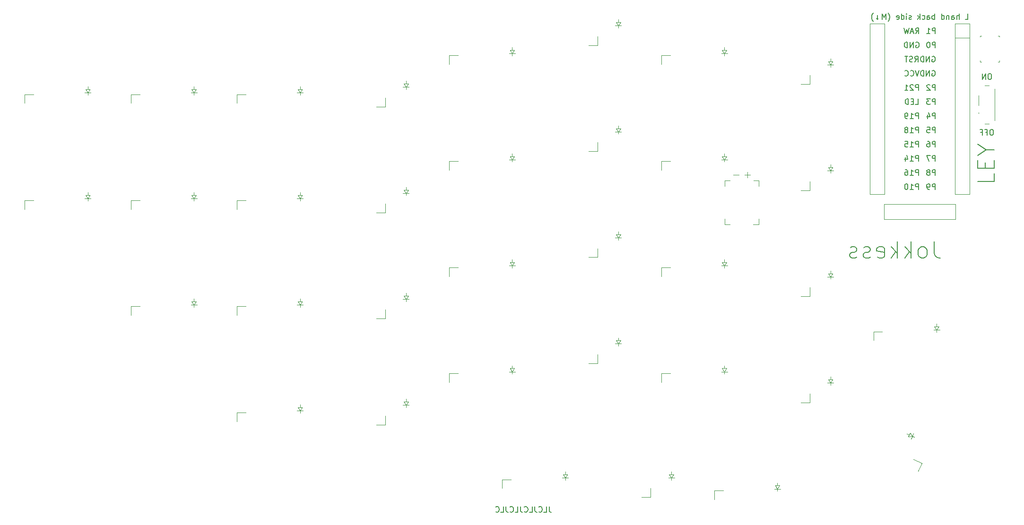
<source format=gbr>
%TF.GenerationSoftware,KiCad,Pcbnew,8.0.6*%
%TF.CreationDate,2025-01-09T22:44:34+01:00*%
%TF.ProjectId,deley,64656c65-792e-46b6-9963-61645f706362,0.1*%
%TF.SameCoordinates,Original*%
%TF.FileFunction,Legend,Bot*%
%TF.FilePolarity,Positive*%
%FSLAX46Y46*%
G04 Gerber Fmt 4.6, Leading zero omitted, Abs format (unit mm)*
G04 Created by KiCad (PCBNEW 8.0.6) date 2025-01-09 22:44:34*
%MOMM*%
%LPD*%
G01*
G04 APERTURE LIST*
%ADD10C,0.150000*%
%ADD11C,0.100000*%
%ADD12C,0.120000*%
G04 APERTURE END LIST*
D10*
X279825057Y-130358458D02*
X279825057Y-131787030D01*
X279825057Y-131787030D02*
X276825057Y-131787030D01*
X278253628Y-129358459D02*
X278253628Y-128358459D01*
X279825057Y-127929887D02*
X279825057Y-129358459D01*
X279825057Y-129358459D02*
X276825057Y-129358459D01*
X276825057Y-129358459D02*
X276825057Y-127929887D01*
X278396485Y-126072744D02*
X279825057Y-126072744D01*
X276825057Y-127072744D02*
X278396485Y-126072744D01*
X278396485Y-126072744D02*
X276825057Y-125072744D01*
X269071427Y-142480057D02*
X269071427Y-144622914D01*
X269071427Y-144622914D02*
X269214284Y-145051485D01*
X269214284Y-145051485D02*
X269499998Y-145337200D01*
X269499998Y-145337200D02*
X269928570Y-145480057D01*
X269928570Y-145480057D02*
X270214284Y-145480057D01*
X267214284Y-145480057D02*
X267499999Y-145337200D01*
X267499999Y-145337200D02*
X267642856Y-145194342D01*
X267642856Y-145194342D02*
X267785713Y-144908628D01*
X267785713Y-144908628D02*
X267785713Y-144051485D01*
X267785713Y-144051485D02*
X267642856Y-143765771D01*
X267642856Y-143765771D02*
X267499999Y-143622914D01*
X267499999Y-143622914D02*
X267214284Y-143480057D01*
X267214284Y-143480057D02*
X266785713Y-143480057D01*
X266785713Y-143480057D02*
X266499999Y-143622914D01*
X266499999Y-143622914D02*
X266357142Y-143765771D01*
X266357142Y-143765771D02*
X266214284Y-144051485D01*
X266214284Y-144051485D02*
X266214284Y-144908628D01*
X266214284Y-144908628D02*
X266357142Y-145194342D01*
X266357142Y-145194342D02*
X266499999Y-145337200D01*
X266499999Y-145337200D02*
X266785713Y-145480057D01*
X266785713Y-145480057D02*
X267214284Y-145480057D01*
X264928570Y-145480057D02*
X264928570Y-142480057D01*
X264642856Y-144337200D02*
X263785713Y-145480057D01*
X263785713Y-143480057D02*
X264928570Y-144622914D01*
X262499999Y-145480057D02*
X262499999Y-142480057D01*
X262214285Y-144337200D02*
X261357142Y-145480057D01*
X261357142Y-143480057D02*
X262499999Y-144622914D01*
X258928571Y-145337200D02*
X259214285Y-145480057D01*
X259214285Y-145480057D02*
X259785714Y-145480057D01*
X259785714Y-145480057D02*
X260071428Y-145337200D01*
X260071428Y-145337200D02*
X260214285Y-145051485D01*
X260214285Y-145051485D02*
X260214285Y-143908628D01*
X260214285Y-143908628D02*
X260071428Y-143622914D01*
X260071428Y-143622914D02*
X259785714Y-143480057D01*
X259785714Y-143480057D02*
X259214285Y-143480057D01*
X259214285Y-143480057D02*
X258928571Y-143622914D01*
X258928571Y-143622914D02*
X258785714Y-143908628D01*
X258785714Y-143908628D02*
X258785714Y-144194342D01*
X258785714Y-144194342D02*
X260214285Y-144480057D01*
X257642856Y-145337200D02*
X257357142Y-145480057D01*
X257357142Y-145480057D02*
X256785713Y-145480057D01*
X256785713Y-145480057D02*
X256499999Y-145337200D01*
X256499999Y-145337200D02*
X256357142Y-145051485D01*
X256357142Y-145051485D02*
X256357142Y-144908628D01*
X256357142Y-144908628D02*
X256499999Y-144622914D01*
X256499999Y-144622914D02*
X256785713Y-144480057D01*
X256785713Y-144480057D02*
X257214285Y-144480057D01*
X257214285Y-144480057D02*
X257499999Y-144337200D01*
X257499999Y-144337200D02*
X257642856Y-144051485D01*
X257642856Y-144051485D02*
X257642856Y-143908628D01*
X257642856Y-143908628D02*
X257499999Y-143622914D01*
X257499999Y-143622914D02*
X257214285Y-143480057D01*
X257214285Y-143480057D02*
X256785713Y-143480057D01*
X256785713Y-143480057D02*
X256499999Y-143622914D01*
X255214285Y-145337200D02*
X254928571Y-145480057D01*
X254928571Y-145480057D02*
X254357142Y-145480057D01*
X254357142Y-145480057D02*
X254071428Y-145337200D01*
X254071428Y-145337200D02*
X253928571Y-145051485D01*
X253928571Y-145051485D02*
X253928571Y-144908628D01*
X253928571Y-144908628D02*
X254071428Y-144622914D01*
X254071428Y-144622914D02*
X254357142Y-144480057D01*
X254357142Y-144480057D02*
X254785714Y-144480057D01*
X254785714Y-144480057D02*
X255071428Y-144337200D01*
X255071428Y-144337200D02*
X255214285Y-144051485D01*
X255214285Y-144051485D02*
X255214285Y-143908628D01*
X255214285Y-143908628D02*
X255071428Y-143622914D01*
X255071428Y-143622914D02*
X254785714Y-143480057D01*
X254785714Y-143480057D02*
X254357142Y-143480057D01*
X254357142Y-143480057D02*
X254071428Y-143622914D01*
X200119048Y-190004819D02*
X200119048Y-190719104D01*
X200119048Y-190719104D02*
X200166667Y-190861961D01*
X200166667Y-190861961D02*
X200261905Y-190957200D01*
X200261905Y-190957200D02*
X200404762Y-191004819D01*
X200404762Y-191004819D02*
X200500000Y-191004819D01*
X199166667Y-191004819D02*
X199642857Y-191004819D01*
X199642857Y-191004819D02*
X199642857Y-190004819D01*
X198261905Y-190909580D02*
X198309524Y-190957200D01*
X198309524Y-190957200D02*
X198452381Y-191004819D01*
X198452381Y-191004819D02*
X198547619Y-191004819D01*
X198547619Y-191004819D02*
X198690476Y-190957200D01*
X198690476Y-190957200D02*
X198785714Y-190861961D01*
X198785714Y-190861961D02*
X198833333Y-190766723D01*
X198833333Y-190766723D02*
X198880952Y-190576247D01*
X198880952Y-190576247D02*
X198880952Y-190433390D01*
X198880952Y-190433390D02*
X198833333Y-190242914D01*
X198833333Y-190242914D02*
X198785714Y-190147676D01*
X198785714Y-190147676D02*
X198690476Y-190052438D01*
X198690476Y-190052438D02*
X198547619Y-190004819D01*
X198547619Y-190004819D02*
X198452381Y-190004819D01*
X198452381Y-190004819D02*
X198309524Y-190052438D01*
X198309524Y-190052438D02*
X198261905Y-190100057D01*
X197547619Y-190004819D02*
X197547619Y-190719104D01*
X197547619Y-190719104D02*
X197595238Y-190861961D01*
X197595238Y-190861961D02*
X197690476Y-190957200D01*
X197690476Y-190957200D02*
X197833333Y-191004819D01*
X197833333Y-191004819D02*
X197928571Y-191004819D01*
X196595238Y-191004819D02*
X197071428Y-191004819D01*
X197071428Y-191004819D02*
X197071428Y-190004819D01*
X195690476Y-190909580D02*
X195738095Y-190957200D01*
X195738095Y-190957200D02*
X195880952Y-191004819D01*
X195880952Y-191004819D02*
X195976190Y-191004819D01*
X195976190Y-191004819D02*
X196119047Y-190957200D01*
X196119047Y-190957200D02*
X196214285Y-190861961D01*
X196214285Y-190861961D02*
X196261904Y-190766723D01*
X196261904Y-190766723D02*
X196309523Y-190576247D01*
X196309523Y-190576247D02*
X196309523Y-190433390D01*
X196309523Y-190433390D02*
X196261904Y-190242914D01*
X196261904Y-190242914D02*
X196214285Y-190147676D01*
X196214285Y-190147676D02*
X196119047Y-190052438D01*
X196119047Y-190052438D02*
X195976190Y-190004819D01*
X195976190Y-190004819D02*
X195880952Y-190004819D01*
X195880952Y-190004819D02*
X195738095Y-190052438D01*
X195738095Y-190052438D02*
X195690476Y-190100057D01*
X194976190Y-190004819D02*
X194976190Y-190719104D01*
X194976190Y-190719104D02*
X195023809Y-190861961D01*
X195023809Y-190861961D02*
X195119047Y-190957200D01*
X195119047Y-190957200D02*
X195261904Y-191004819D01*
X195261904Y-191004819D02*
X195357142Y-191004819D01*
X194023809Y-191004819D02*
X194499999Y-191004819D01*
X194499999Y-191004819D02*
X194499999Y-190004819D01*
X193119047Y-190909580D02*
X193166666Y-190957200D01*
X193166666Y-190957200D02*
X193309523Y-191004819D01*
X193309523Y-191004819D02*
X193404761Y-191004819D01*
X193404761Y-191004819D02*
X193547618Y-190957200D01*
X193547618Y-190957200D02*
X193642856Y-190861961D01*
X193642856Y-190861961D02*
X193690475Y-190766723D01*
X193690475Y-190766723D02*
X193738094Y-190576247D01*
X193738094Y-190576247D02*
X193738094Y-190433390D01*
X193738094Y-190433390D02*
X193690475Y-190242914D01*
X193690475Y-190242914D02*
X193642856Y-190147676D01*
X193642856Y-190147676D02*
X193547618Y-190052438D01*
X193547618Y-190052438D02*
X193404761Y-190004819D01*
X193404761Y-190004819D02*
X193309523Y-190004819D01*
X193309523Y-190004819D02*
X193166666Y-190052438D01*
X193166666Y-190052438D02*
X193119047Y-190100057D01*
X192404761Y-190004819D02*
X192404761Y-190719104D01*
X192404761Y-190719104D02*
X192452380Y-190861961D01*
X192452380Y-190861961D02*
X192547618Y-190957200D01*
X192547618Y-190957200D02*
X192690475Y-191004819D01*
X192690475Y-191004819D02*
X192785713Y-191004819D01*
X191452380Y-191004819D02*
X191928570Y-191004819D01*
X191928570Y-191004819D02*
X191928570Y-190004819D01*
X190547618Y-190909580D02*
X190595237Y-190957200D01*
X190595237Y-190957200D02*
X190738094Y-191004819D01*
X190738094Y-191004819D02*
X190833332Y-191004819D01*
X190833332Y-191004819D02*
X190976189Y-190957200D01*
X190976189Y-190957200D02*
X191071427Y-190861961D01*
X191071427Y-190861961D02*
X191119046Y-190766723D01*
X191119046Y-190766723D02*
X191166665Y-190576247D01*
X191166665Y-190576247D02*
X191166665Y-190433390D01*
X191166665Y-190433390D02*
X191119046Y-190242914D01*
X191119046Y-190242914D02*
X191071427Y-190147676D01*
X191071427Y-190147676D02*
X190976189Y-190052438D01*
X190976189Y-190052438D02*
X190833332Y-190004819D01*
X190833332Y-190004819D02*
X190738094Y-190004819D01*
X190738094Y-190004819D02*
X190595237Y-190052438D01*
X190595237Y-190052438D02*
X190547618Y-190100057D01*
X265740476Y-105254819D02*
X266073809Y-104778628D01*
X266311904Y-105254819D02*
X266311904Y-104254819D01*
X266311904Y-104254819D02*
X265930952Y-104254819D01*
X265930952Y-104254819D02*
X265835714Y-104302438D01*
X265835714Y-104302438D02*
X265788095Y-104350057D01*
X265788095Y-104350057D02*
X265740476Y-104445295D01*
X265740476Y-104445295D02*
X265740476Y-104588152D01*
X265740476Y-104588152D02*
X265788095Y-104683390D01*
X265788095Y-104683390D02*
X265835714Y-104731009D01*
X265835714Y-104731009D02*
X265930952Y-104778628D01*
X265930952Y-104778628D02*
X266311904Y-104778628D01*
X265359523Y-104969104D02*
X264883333Y-104969104D01*
X265454761Y-105254819D02*
X265121428Y-104254819D01*
X265121428Y-104254819D02*
X264788095Y-105254819D01*
X264549999Y-104254819D02*
X264311904Y-105254819D01*
X264311904Y-105254819D02*
X264121428Y-104540533D01*
X264121428Y-104540533D02*
X263930952Y-105254819D01*
X263930952Y-105254819D02*
X263692857Y-104254819D01*
X268711904Y-109382438D02*
X268807142Y-109334819D01*
X268807142Y-109334819D02*
X268949999Y-109334819D01*
X268949999Y-109334819D02*
X269092856Y-109382438D01*
X269092856Y-109382438D02*
X269188094Y-109477676D01*
X269188094Y-109477676D02*
X269235713Y-109572914D01*
X269235713Y-109572914D02*
X269283332Y-109763390D01*
X269283332Y-109763390D02*
X269283332Y-109906247D01*
X269283332Y-109906247D02*
X269235713Y-110096723D01*
X269235713Y-110096723D02*
X269188094Y-110191961D01*
X269188094Y-110191961D02*
X269092856Y-110287200D01*
X269092856Y-110287200D02*
X268949999Y-110334819D01*
X268949999Y-110334819D02*
X268854761Y-110334819D01*
X268854761Y-110334819D02*
X268711904Y-110287200D01*
X268711904Y-110287200D02*
X268664285Y-110239580D01*
X268664285Y-110239580D02*
X268664285Y-109906247D01*
X268664285Y-109906247D02*
X268854761Y-109906247D01*
X268235713Y-110334819D02*
X268235713Y-109334819D01*
X268235713Y-109334819D02*
X267664285Y-110334819D01*
X267664285Y-110334819D02*
X267664285Y-109334819D01*
X267188094Y-110334819D02*
X267188094Y-109334819D01*
X267188094Y-109334819D02*
X266949999Y-109334819D01*
X266949999Y-109334819D02*
X266807142Y-109382438D01*
X266807142Y-109382438D02*
X266711904Y-109477676D01*
X266711904Y-109477676D02*
X266664285Y-109572914D01*
X266664285Y-109572914D02*
X266616666Y-109763390D01*
X266616666Y-109763390D02*
X266616666Y-109906247D01*
X266616666Y-109906247D02*
X266664285Y-110096723D01*
X266664285Y-110096723D02*
X266711904Y-110191961D01*
X266711904Y-110191961D02*
X266807142Y-110287200D01*
X266807142Y-110287200D02*
X266949999Y-110334819D01*
X266949999Y-110334819D02*
X267188094Y-110334819D01*
X269278094Y-120494819D02*
X269278094Y-119494819D01*
X269278094Y-119494819D02*
X268897142Y-119494819D01*
X268897142Y-119494819D02*
X268801904Y-119542438D01*
X268801904Y-119542438D02*
X268754285Y-119590057D01*
X268754285Y-119590057D02*
X268706666Y-119685295D01*
X268706666Y-119685295D02*
X268706666Y-119828152D01*
X268706666Y-119828152D02*
X268754285Y-119923390D01*
X268754285Y-119923390D02*
X268801904Y-119971009D01*
X268801904Y-119971009D02*
X268897142Y-120018628D01*
X268897142Y-120018628D02*
X269278094Y-120018628D01*
X267849523Y-119828152D02*
X267849523Y-120494819D01*
X268087618Y-119447200D02*
X268325713Y-120161485D01*
X268325713Y-120161485D02*
X267706666Y-120161485D01*
X266383332Y-111874819D02*
X266049999Y-112874819D01*
X266049999Y-112874819D02*
X265716666Y-111874819D01*
X264811904Y-112779580D02*
X264859523Y-112827200D01*
X264859523Y-112827200D02*
X265002380Y-112874819D01*
X265002380Y-112874819D02*
X265097618Y-112874819D01*
X265097618Y-112874819D02*
X265240475Y-112827200D01*
X265240475Y-112827200D02*
X265335713Y-112731961D01*
X265335713Y-112731961D02*
X265383332Y-112636723D01*
X265383332Y-112636723D02*
X265430951Y-112446247D01*
X265430951Y-112446247D02*
X265430951Y-112303390D01*
X265430951Y-112303390D02*
X265383332Y-112112914D01*
X265383332Y-112112914D02*
X265335713Y-112017676D01*
X265335713Y-112017676D02*
X265240475Y-111922438D01*
X265240475Y-111922438D02*
X265097618Y-111874819D01*
X265097618Y-111874819D02*
X265002380Y-111874819D01*
X265002380Y-111874819D02*
X264859523Y-111922438D01*
X264859523Y-111922438D02*
X264811904Y-111970057D01*
X263811904Y-112779580D02*
X263859523Y-112827200D01*
X263859523Y-112827200D02*
X264002380Y-112874819D01*
X264002380Y-112874819D02*
X264097618Y-112874819D01*
X264097618Y-112874819D02*
X264240475Y-112827200D01*
X264240475Y-112827200D02*
X264335713Y-112731961D01*
X264335713Y-112731961D02*
X264383332Y-112636723D01*
X264383332Y-112636723D02*
X264430951Y-112446247D01*
X264430951Y-112446247D02*
X264430951Y-112303390D01*
X264430951Y-112303390D02*
X264383332Y-112112914D01*
X264383332Y-112112914D02*
X264335713Y-112017676D01*
X264335713Y-112017676D02*
X264240475Y-111922438D01*
X264240475Y-111922438D02*
X264097618Y-111874819D01*
X264097618Y-111874819D02*
X264002380Y-111874819D01*
X264002380Y-111874819D02*
X263859523Y-111922438D01*
X263859523Y-111922438D02*
X263811904Y-111970057D01*
X269278094Y-115414819D02*
X269278094Y-114414819D01*
X269278094Y-114414819D02*
X268897142Y-114414819D01*
X268897142Y-114414819D02*
X268801904Y-114462438D01*
X268801904Y-114462438D02*
X268754285Y-114510057D01*
X268754285Y-114510057D02*
X268706666Y-114605295D01*
X268706666Y-114605295D02*
X268706666Y-114748152D01*
X268706666Y-114748152D02*
X268754285Y-114843390D01*
X268754285Y-114843390D02*
X268801904Y-114891009D01*
X268801904Y-114891009D02*
X268897142Y-114938628D01*
X268897142Y-114938628D02*
X269278094Y-114938628D01*
X268325713Y-114510057D02*
X268278094Y-114462438D01*
X268278094Y-114462438D02*
X268182856Y-114414819D01*
X268182856Y-114414819D02*
X267944761Y-114414819D01*
X267944761Y-114414819D02*
X267849523Y-114462438D01*
X267849523Y-114462438D02*
X267801904Y-114510057D01*
X267801904Y-114510057D02*
X267754285Y-114605295D01*
X267754285Y-114605295D02*
X267754285Y-114700533D01*
X267754285Y-114700533D02*
X267801904Y-114843390D01*
X267801904Y-114843390D02*
X268373332Y-115414819D01*
X268373332Y-115414819D02*
X267754285Y-115414819D01*
X266264285Y-130654819D02*
X266264285Y-129654819D01*
X266264285Y-129654819D02*
X265883333Y-129654819D01*
X265883333Y-129654819D02*
X265788095Y-129702438D01*
X265788095Y-129702438D02*
X265740476Y-129750057D01*
X265740476Y-129750057D02*
X265692857Y-129845295D01*
X265692857Y-129845295D02*
X265692857Y-129988152D01*
X265692857Y-129988152D02*
X265740476Y-130083390D01*
X265740476Y-130083390D02*
X265788095Y-130131009D01*
X265788095Y-130131009D02*
X265883333Y-130178628D01*
X265883333Y-130178628D02*
X266264285Y-130178628D01*
X264740476Y-130654819D02*
X265311904Y-130654819D01*
X265026190Y-130654819D02*
X265026190Y-129654819D01*
X265026190Y-129654819D02*
X265121428Y-129797676D01*
X265121428Y-129797676D02*
X265216666Y-129892914D01*
X265216666Y-129892914D02*
X265311904Y-129940533D01*
X263883333Y-129654819D02*
X264073809Y-129654819D01*
X264073809Y-129654819D02*
X264169047Y-129702438D01*
X264169047Y-129702438D02*
X264216666Y-129750057D01*
X264216666Y-129750057D02*
X264311904Y-129892914D01*
X264311904Y-129892914D02*
X264359523Y-130083390D01*
X264359523Y-130083390D02*
X264359523Y-130464342D01*
X264359523Y-130464342D02*
X264311904Y-130559580D01*
X264311904Y-130559580D02*
X264264285Y-130607200D01*
X264264285Y-130607200D02*
X264169047Y-130654819D01*
X264169047Y-130654819D02*
X263978571Y-130654819D01*
X263978571Y-130654819D02*
X263883333Y-130607200D01*
X263883333Y-130607200D02*
X263835714Y-130559580D01*
X263835714Y-130559580D02*
X263788095Y-130464342D01*
X263788095Y-130464342D02*
X263788095Y-130226247D01*
X263788095Y-130226247D02*
X263835714Y-130131009D01*
X263835714Y-130131009D02*
X263883333Y-130083390D01*
X263883333Y-130083390D02*
X263978571Y-130035771D01*
X263978571Y-130035771D02*
X264169047Y-130035771D01*
X264169047Y-130035771D02*
X264264285Y-130083390D01*
X264264285Y-130083390D02*
X264311904Y-130131009D01*
X264311904Y-130131009D02*
X264359523Y-130226247D01*
X265692857Y-117954819D02*
X266169047Y-117954819D01*
X266169047Y-117954819D02*
X266169047Y-116954819D01*
X265359523Y-117431009D02*
X265026190Y-117431009D01*
X264883333Y-117954819D02*
X265359523Y-117954819D01*
X265359523Y-117954819D02*
X265359523Y-116954819D01*
X265359523Y-116954819D02*
X264883333Y-116954819D01*
X264454761Y-117954819D02*
X264454761Y-116954819D01*
X264454761Y-116954819D02*
X264216666Y-116954819D01*
X264216666Y-116954819D02*
X264073809Y-117002438D01*
X264073809Y-117002438D02*
X263978571Y-117097676D01*
X263978571Y-117097676D02*
X263930952Y-117192914D01*
X263930952Y-117192914D02*
X263883333Y-117383390D01*
X263883333Y-117383390D02*
X263883333Y-117526247D01*
X263883333Y-117526247D02*
X263930952Y-117716723D01*
X263930952Y-117716723D02*
X263978571Y-117811961D01*
X263978571Y-117811961D02*
X264073809Y-117907200D01*
X264073809Y-117907200D02*
X264216666Y-117954819D01*
X264216666Y-117954819D02*
X264454761Y-117954819D01*
X266264285Y-123034819D02*
X266264285Y-122034819D01*
X266264285Y-122034819D02*
X265883333Y-122034819D01*
X265883333Y-122034819D02*
X265788095Y-122082438D01*
X265788095Y-122082438D02*
X265740476Y-122130057D01*
X265740476Y-122130057D02*
X265692857Y-122225295D01*
X265692857Y-122225295D02*
X265692857Y-122368152D01*
X265692857Y-122368152D02*
X265740476Y-122463390D01*
X265740476Y-122463390D02*
X265788095Y-122511009D01*
X265788095Y-122511009D02*
X265883333Y-122558628D01*
X265883333Y-122558628D02*
X266264285Y-122558628D01*
X264740476Y-123034819D02*
X265311904Y-123034819D01*
X265026190Y-123034819D02*
X265026190Y-122034819D01*
X265026190Y-122034819D02*
X265121428Y-122177676D01*
X265121428Y-122177676D02*
X265216666Y-122272914D01*
X265216666Y-122272914D02*
X265311904Y-122320533D01*
X264169047Y-122463390D02*
X264264285Y-122415771D01*
X264264285Y-122415771D02*
X264311904Y-122368152D01*
X264311904Y-122368152D02*
X264359523Y-122272914D01*
X264359523Y-122272914D02*
X264359523Y-122225295D01*
X264359523Y-122225295D02*
X264311904Y-122130057D01*
X264311904Y-122130057D02*
X264264285Y-122082438D01*
X264264285Y-122082438D02*
X264169047Y-122034819D01*
X264169047Y-122034819D02*
X263978571Y-122034819D01*
X263978571Y-122034819D02*
X263883333Y-122082438D01*
X263883333Y-122082438D02*
X263835714Y-122130057D01*
X263835714Y-122130057D02*
X263788095Y-122225295D01*
X263788095Y-122225295D02*
X263788095Y-122272914D01*
X263788095Y-122272914D02*
X263835714Y-122368152D01*
X263835714Y-122368152D02*
X263883333Y-122415771D01*
X263883333Y-122415771D02*
X263978571Y-122463390D01*
X263978571Y-122463390D02*
X264169047Y-122463390D01*
X264169047Y-122463390D02*
X264264285Y-122511009D01*
X264264285Y-122511009D02*
X264311904Y-122558628D01*
X264311904Y-122558628D02*
X264359523Y-122653866D01*
X264359523Y-122653866D02*
X264359523Y-122844342D01*
X264359523Y-122844342D02*
X264311904Y-122939580D01*
X264311904Y-122939580D02*
X264264285Y-122987200D01*
X264264285Y-122987200D02*
X264169047Y-123034819D01*
X264169047Y-123034819D02*
X263978571Y-123034819D01*
X263978571Y-123034819D02*
X263883333Y-122987200D01*
X263883333Y-122987200D02*
X263835714Y-122939580D01*
X263835714Y-122939580D02*
X263788095Y-122844342D01*
X263788095Y-122844342D02*
X263788095Y-122653866D01*
X263788095Y-122653866D02*
X263835714Y-122558628D01*
X263835714Y-122558628D02*
X263883333Y-122511009D01*
X263883333Y-122511009D02*
X263978571Y-122463390D01*
X269278094Y-107794819D02*
X269278094Y-106794819D01*
X269278094Y-106794819D02*
X268897142Y-106794819D01*
X268897142Y-106794819D02*
X268801904Y-106842438D01*
X268801904Y-106842438D02*
X268754285Y-106890057D01*
X268754285Y-106890057D02*
X268706666Y-106985295D01*
X268706666Y-106985295D02*
X268706666Y-107128152D01*
X268706666Y-107128152D02*
X268754285Y-107223390D01*
X268754285Y-107223390D02*
X268801904Y-107271009D01*
X268801904Y-107271009D02*
X268897142Y-107318628D01*
X268897142Y-107318628D02*
X269278094Y-107318628D01*
X268087618Y-106794819D02*
X267992380Y-106794819D01*
X267992380Y-106794819D02*
X267897142Y-106842438D01*
X267897142Y-106842438D02*
X267849523Y-106890057D01*
X267849523Y-106890057D02*
X267801904Y-106985295D01*
X267801904Y-106985295D02*
X267754285Y-107175771D01*
X267754285Y-107175771D02*
X267754285Y-107413866D01*
X267754285Y-107413866D02*
X267801904Y-107604342D01*
X267801904Y-107604342D02*
X267849523Y-107699580D01*
X267849523Y-107699580D02*
X267897142Y-107747200D01*
X267897142Y-107747200D02*
X267992380Y-107794819D01*
X267992380Y-107794819D02*
X268087618Y-107794819D01*
X268087618Y-107794819D02*
X268182856Y-107747200D01*
X268182856Y-107747200D02*
X268230475Y-107699580D01*
X268230475Y-107699580D02*
X268278094Y-107604342D01*
X268278094Y-107604342D02*
X268325713Y-107413866D01*
X268325713Y-107413866D02*
X268325713Y-107175771D01*
X268325713Y-107175771D02*
X268278094Y-106985295D01*
X268278094Y-106985295D02*
X268230475Y-106890057D01*
X268230475Y-106890057D02*
X268182856Y-106842438D01*
X268182856Y-106842438D02*
X268087618Y-106794819D01*
X266264285Y-133194819D02*
X266264285Y-132194819D01*
X266264285Y-132194819D02*
X265883333Y-132194819D01*
X265883333Y-132194819D02*
X265788095Y-132242438D01*
X265788095Y-132242438D02*
X265740476Y-132290057D01*
X265740476Y-132290057D02*
X265692857Y-132385295D01*
X265692857Y-132385295D02*
X265692857Y-132528152D01*
X265692857Y-132528152D02*
X265740476Y-132623390D01*
X265740476Y-132623390D02*
X265788095Y-132671009D01*
X265788095Y-132671009D02*
X265883333Y-132718628D01*
X265883333Y-132718628D02*
X266264285Y-132718628D01*
X264740476Y-133194819D02*
X265311904Y-133194819D01*
X265026190Y-133194819D02*
X265026190Y-132194819D01*
X265026190Y-132194819D02*
X265121428Y-132337676D01*
X265121428Y-132337676D02*
X265216666Y-132432914D01*
X265216666Y-132432914D02*
X265311904Y-132480533D01*
X264121428Y-132194819D02*
X264026190Y-132194819D01*
X264026190Y-132194819D02*
X263930952Y-132242438D01*
X263930952Y-132242438D02*
X263883333Y-132290057D01*
X263883333Y-132290057D02*
X263835714Y-132385295D01*
X263835714Y-132385295D02*
X263788095Y-132575771D01*
X263788095Y-132575771D02*
X263788095Y-132813866D01*
X263788095Y-132813866D02*
X263835714Y-133004342D01*
X263835714Y-133004342D02*
X263883333Y-133099580D01*
X263883333Y-133099580D02*
X263930952Y-133147200D01*
X263930952Y-133147200D02*
X264026190Y-133194819D01*
X264026190Y-133194819D02*
X264121428Y-133194819D01*
X264121428Y-133194819D02*
X264216666Y-133147200D01*
X264216666Y-133147200D02*
X264264285Y-133099580D01*
X264264285Y-133099580D02*
X264311904Y-133004342D01*
X264311904Y-133004342D02*
X264359523Y-132813866D01*
X264359523Y-132813866D02*
X264359523Y-132575771D01*
X264359523Y-132575771D02*
X264311904Y-132385295D01*
X264311904Y-132385295D02*
X264264285Y-132290057D01*
X264264285Y-132290057D02*
X264216666Y-132242438D01*
X264216666Y-132242438D02*
X264121428Y-132194819D01*
X266264285Y-125574819D02*
X266264285Y-124574819D01*
X266264285Y-124574819D02*
X265883333Y-124574819D01*
X265883333Y-124574819D02*
X265788095Y-124622438D01*
X265788095Y-124622438D02*
X265740476Y-124670057D01*
X265740476Y-124670057D02*
X265692857Y-124765295D01*
X265692857Y-124765295D02*
X265692857Y-124908152D01*
X265692857Y-124908152D02*
X265740476Y-125003390D01*
X265740476Y-125003390D02*
X265788095Y-125051009D01*
X265788095Y-125051009D02*
X265883333Y-125098628D01*
X265883333Y-125098628D02*
X266264285Y-125098628D01*
X264740476Y-125574819D02*
X265311904Y-125574819D01*
X265026190Y-125574819D02*
X265026190Y-124574819D01*
X265026190Y-124574819D02*
X265121428Y-124717676D01*
X265121428Y-124717676D02*
X265216666Y-124812914D01*
X265216666Y-124812914D02*
X265311904Y-124860533D01*
X263835714Y-124574819D02*
X264311904Y-124574819D01*
X264311904Y-124574819D02*
X264359523Y-125051009D01*
X264359523Y-125051009D02*
X264311904Y-125003390D01*
X264311904Y-125003390D02*
X264216666Y-124955771D01*
X264216666Y-124955771D02*
X263978571Y-124955771D01*
X263978571Y-124955771D02*
X263883333Y-125003390D01*
X263883333Y-125003390D02*
X263835714Y-125051009D01*
X263835714Y-125051009D02*
X263788095Y-125146247D01*
X263788095Y-125146247D02*
X263788095Y-125384342D01*
X263788095Y-125384342D02*
X263835714Y-125479580D01*
X263835714Y-125479580D02*
X263883333Y-125527200D01*
X263883333Y-125527200D02*
X263978571Y-125574819D01*
X263978571Y-125574819D02*
X264216666Y-125574819D01*
X264216666Y-125574819D02*
X264311904Y-125527200D01*
X264311904Y-125527200D02*
X264359523Y-125479580D01*
X268711904Y-111922438D02*
X268807142Y-111874819D01*
X268807142Y-111874819D02*
X268949999Y-111874819D01*
X268949999Y-111874819D02*
X269092856Y-111922438D01*
X269092856Y-111922438D02*
X269188094Y-112017676D01*
X269188094Y-112017676D02*
X269235713Y-112112914D01*
X269235713Y-112112914D02*
X269283332Y-112303390D01*
X269283332Y-112303390D02*
X269283332Y-112446247D01*
X269283332Y-112446247D02*
X269235713Y-112636723D01*
X269235713Y-112636723D02*
X269188094Y-112731961D01*
X269188094Y-112731961D02*
X269092856Y-112827200D01*
X269092856Y-112827200D02*
X268949999Y-112874819D01*
X268949999Y-112874819D02*
X268854761Y-112874819D01*
X268854761Y-112874819D02*
X268711904Y-112827200D01*
X268711904Y-112827200D02*
X268664285Y-112779580D01*
X268664285Y-112779580D02*
X268664285Y-112446247D01*
X268664285Y-112446247D02*
X268854761Y-112446247D01*
X268235713Y-112874819D02*
X268235713Y-111874819D01*
X268235713Y-111874819D02*
X267664285Y-112874819D01*
X267664285Y-112874819D02*
X267664285Y-111874819D01*
X267188094Y-112874819D02*
X267188094Y-111874819D01*
X267188094Y-111874819D02*
X266949999Y-111874819D01*
X266949999Y-111874819D02*
X266807142Y-111922438D01*
X266807142Y-111922438D02*
X266711904Y-112017676D01*
X266711904Y-112017676D02*
X266664285Y-112112914D01*
X266664285Y-112112914D02*
X266616666Y-112303390D01*
X266616666Y-112303390D02*
X266616666Y-112446247D01*
X266616666Y-112446247D02*
X266664285Y-112636723D01*
X266664285Y-112636723D02*
X266711904Y-112731961D01*
X266711904Y-112731961D02*
X266807142Y-112827200D01*
X266807142Y-112827200D02*
X266949999Y-112874819D01*
X266949999Y-112874819D02*
X267188094Y-112874819D01*
X269278094Y-130654819D02*
X269278094Y-129654819D01*
X269278094Y-129654819D02*
X268897142Y-129654819D01*
X268897142Y-129654819D02*
X268801904Y-129702438D01*
X268801904Y-129702438D02*
X268754285Y-129750057D01*
X268754285Y-129750057D02*
X268706666Y-129845295D01*
X268706666Y-129845295D02*
X268706666Y-129988152D01*
X268706666Y-129988152D02*
X268754285Y-130083390D01*
X268754285Y-130083390D02*
X268801904Y-130131009D01*
X268801904Y-130131009D02*
X268897142Y-130178628D01*
X268897142Y-130178628D02*
X269278094Y-130178628D01*
X268135237Y-130083390D02*
X268230475Y-130035771D01*
X268230475Y-130035771D02*
X268278094Y-129988152D01*
X268278094Y-129988152D02*
X268325713Y-129892914D01*
X268325713Y-129892914D02*
X268325713Y-129845295D01*
X268325713Y-129845295D02*
X268278094Y-129750057D01*
X268278094Y-129750057D02*
X268230475Y-129702438D01*
X268230475Y-129702438D02*
X268135237Y-129654819D01*
X268135237Y-129654819D02*
X267944761Y-129654819D01*
X267944761Y-129654819D02*
X267849523Y-129702438D01*
X267849523Y-129702438D02*
X267801904Y-129750057D01*
X267801904Y-129750057D02*
X267754285Y-129845295D01*
X267754285Y-129845295D02*
X267754285Y-129892914D01*
X267754285Y-129892914D02*
X267801904Y-129988152D01*
X267801904Y-129988152D02*
X267849523Y-130035771D01*
X267849523Y-130035771D02*
X267944761Y-130083390D01*
X267944761Y-130083390D02*
X268135237Y-130083390D01*
X268135237Y-130083390D02*
X268230475Y-130131009D01*
X268230475Y-130131009D02*
X268278094Y-130178628D01*
X268278094Y-130178628D02*
X268325713Y-130273866D01*
X268325713Y-130273866D02*
X268325713Y-130464342D01*
X268325713Y-130464342D02*
X268278094Y-130559580D01*
X268278094Y-130559580D02*
X268230475Y-130607200D01*
X268230475Y-130607200D02*
X268135237Y-130654819D01*
X268135237Y-130654819D02*
X267944761Y-130654819D01*
X267944761Y-130654819D02*
X267849523Y-130607200D01*
X267849523Y-130607200D02*
X267801904Y-130559580D01*
X267801904Y-130559580D02*
X267754285Y-130464342D01*
X267754285Y-130464342D02*
X267754285Y-130273866D01*
X267754285Y-130273866D02*
X267801904Y-130178628D01*
X267801904Y-130178628D02*
X267849523Y-130131009D01*
X267849523Y-130131009D02*
X267944761Y-130083390D01*
X269278094Y-105254819D02*
X269278094Y-104254819D01*
X269278094Y-104254819D02*
X268897142Y-104254819D01*
X268897142Y-104254819D02*
X268801904Y-104302438D01*
X268801904Y-104302438D02*
X268754285Y-104350057D01*
X268754285Y-104350057D02*
X268706666Y-104445295D01*
X268706666Y-104445295D02*
X268706666Y-104588152D01*
X268706666Y-104588152D02*
X268754285Y-104683390D01*
X268754285Y-104683390D02*
X268801904Y-104731009D01*
X268801904Y-104731009D02*
X268897142Y-104778628D01*
X268897142Y-104778628D02*
X269278094Y-104778628D01*
X267754285Y-105254819D02*
X268325713Y-105254819D01*
X268039999Y-105254819D02*
X268039999Y-104254819D01*
X268039999Y-104254819D02*
X268135237Y-104397676D01*
X268135237Y-104397676D02*
X268230475Y-104492914D01*
X268230475Y-104492914D02*
X268325713Y-104540533D01*
X269278094Y-123034819D02*
X269278094Y-122034819D01*
X269278094Y-122034819D02*
X268897142Y-122034819D01*
X268897142Y-122034819D02*
X268801904Y-122082438D01*
X268801904Y-122082438D02*
X268754285Y-122130057D01*
X268754285Y-122130057D02*
X268706666Y-122225295D01*
X268706666Y-122225295D02*
X268706666Y-122368152D01*
X268706666Y-122368152D02*
X268754285Y-122463390D01*
X268754285Y-122463390D02*
X268801904Y-122511009D01*
X268801904Y-122511009D02*
X268897142Y-122558628D01*
X268897142Y-122558628D02*
X269278094Y-122558628D01*
X267801904Y-122034819D02*
X268278094Y-122034819D01*
X268278094Y-122034819D02*
X268325713Y-122511009D01*
X268325713Y-122511009D02*
X268278094Y-122463390D01*
X268278094Y-122463390D02*
X268182856Y-122415771D01*
X268182856Y-122415771D02*
X267944761Y-122415771D01*
X267944761Y-122415771D02*
X267849523Y-122463390D01*
X267849523Y-122463390D02*
X267801904Y-122511009D01*
X267801904Y-122511009D02*
X267754285Y-122606247D01*
X267754285Y-122606247D02*
X267754285Y-122844342D01*
X267754285Y-122844342D02*
X267801904Y-122939580D01*
X267801904Y-122939580D02*
X267849523Y-122987200D01*
X267849523Y-122987200D02*
X267944761Y-123034819D01*
X267944761Y-123034819D02*
X268182856Y-123034819D01*
X268182856Y-123034819D02*
X268278094Y-122987200D01*
X268278094Y-122987200D02*
X268325713Y-122939580D01*
X269278094Y-117954819D02*
X269278094Y-116954819D01*
X269278094Y-116954819D02*
X268897142Y-116954819D01*
X268897142Y-116954819D02*
X268801904Y-117002438D01*
X268801904Y-117002438D02*
X268754285Y-117050057D01*
X268754285Y-117050057D02*
X268706666Y-117145295D01*
X268706666Y-117145295D02*
X268706666Y-117288152D01*
X268706666Y-117288152D02*
X268754285Y-117383390D01*
X268754285Y-117383390D02*
X268801904Y-117431009D01*
X268801904Y-117431009D02*
X268897142Y-117478628D01*
X268897142Y-117478628D02*
X269278094Y-117478628D01*
X268373332Y-116954819D02*
X267754285Y-116954819D01*
X267754285Y-116954819D02*
X268087618Y-117335771D01*
X268087618Y-117335771D02*
X267944761Y-117335771D01*
X267944761Y-117335771D02*
X267849523Y-117383390D01*
X267849523Y-117383390D02*
X267801904Y-117431009D01*
X267801904Y-117431009D02*
X267754285Y-117526247D01*
X267754285Y-117526247D02*
X267754285Y-117764342D01*
X267754285Y-117764342D02*
X267801904Y-117859580D01*
X267801904Y-117859580D02*
X267849523Y-117907200D01*
X267849523Y-117907200D02*
X267944761Y-117954819D01*
X267944761Y-117954819D02*
X268230475Y-117954819D01*
X268230475Y-117954819D02*
X268325713Y-117907200D01*
X268325713Y-117907200D02*
X268373332Y-117859580D01*
X269278094Y-128114819D02*
X269278094Y-127114819D01*
X269278094Y-127114819D02*
X268897142Y-127114819D01*
X268897142Y-127114819D02*
X268801904Y-127162438D01*
X268801904Y-127162438D02*
X268754285Y-127210057D01*
X268754285Y-127210057D02*
X268706666Y-127305295D01*
X268706666Y-127305295D02*
X268706666Y-127448152D01*
X268706666Y-127448152D02*
X268754285Y-127543390D01*
X268754285Y-127543390D02*
X268801904Y-127591009D01*
X268801904Y-127591009D02*
X268897142Y-127638628D01*
X268897142Y-127638628D02*
X269278094Y-127638628D01*
X268373332Y-127114819D02*
X267706666Y-127114819D01*
X267706666Y-127114819D02*
X268135237Y-128114819D01*
X265811904Y-106842438D02*
X265907142Y-106794819D01*
X265907142Y-106794819D02*
X266049999Y-106794819D01*
X266049999Y-106794819D02*
X266192856Y-106842438D01*
X266192856Y-106842438D02*
X266288094Y-106937676D01*
X266288094Y-106937676D02*
X266335713Y-107032914D01*
X266335713Y-107032914D02*
X266383332Y-107223390D01*
X266383332Y-107223390D02*
X266383332Y-107366247D01*
X266383332Y-107366247D02*
X266335713Y-107556723D01*
X266335713Y-107556723D02*
X266288094Y-107651961D01*
X266288094Y-107651961D02*
X266192856Y-107747200D01*
X266192856Y-107747200D02*
X266049999Y-107794819D01*
X266049999Y-107794819D02*
X265954761Y-107794819D01*
X265954761Y-107794819D02*
X265811904Y-107747200D01*
X265811904Y-107747200D02*
X265764285Y-107699580D01*
X265764285Y-107699580D02*
X265764285Y-107366247D01*
X265764285Y-107366247D02*
X265954761Y-107366247D01*
X265335713Y-107794819D02*
X265335713Y-106794819D01*
X265335713Y-106794819D02*
X264764285Y-107794819D01*
X264764285Y-107794819D02*
X264764285Y-106794819D01*
X264288094Y-107794819D02*
X264288094Y-106794819D01*
X264288094Y-106794819D02*
X264049999Y-106794819D01*
X264049999Y-106794819D02*
X263907142Y-106842438D01*
X263907142Y-106842438D02*
X263811904Y-106937676D01*
X263811904Y-106937676D02*
X263764285Y-107032914D01*
X263764285Y-107032914D02*
X263716666Y-107223390D01*
X263716666Y-107223390D02*
X263716666Y-107366247D01*
X263716666Y-107366247D02*
X263764285Y-107556723D01*
X263764285Y-107556723D02*
X263811904Y-107651961D01*
X263811904Y-107651961D02*
X263907142Y-107747200D01*
X263907142Y-107747200D02*
X264049999Y-107794819D01*
X264049999Y-107794819D02*
X264288094Y-107794819D01*
X266264285Y-120494819D02*
X266264285Y-119494819D01*
X266264285Y-119494819D02*
X265883333Y-119494819D01*
X265883333Y-119494819D02*
X265788095Y-119542438D01*
X265788095Y-119542438D02*
X265740476Y-119590057D01*
X265740476Y-119590057D02*
X265692857Y-119685295D01*
X265692857Y-119685295D02*
X265692857Y-119828152D01*
X265692857Y-119828152D02*
X265740476Y-119923390D01*
X265740476Y-119923390D02*
X265788095Y-119971009D01*
X265788095Y-119971009D02*
X265883333Y-120018628D01*
X265883333Y-120018628D02*
X266264285Y-120018628D01*
X264740476Y-120494819D02*
X265311904Y-120494819D01*
X265026190Y-120494819D02*
X265026190Y-119494819D01*
X265026190Y-119494819D02*
X265121428Y-119637676D01*
X265121428Y-119637676D02*
X265216666Y-119732914D01*
X265216666Y-119732914D02*
X265311904Y-119780533D01*
X264264285Y-120494819D02*
X264073809Y-120494819D01*
X264073809Y-120494819D02*
X263978571Y-120447200D01*
X263978571Y-120447200D02*
X263930952Y-120399580D01*
X263930952Y-120399580D02*
X263835714Y-120256723D01*
X263835714Y-120256723D02*
X263788095Y-120066247D01*
X263788095Y-120066247D02*
X263788095Y-119685295D01*
X263788095Y-119685295D02*
X263835714Y-119590057D01*
X263835714Y-119590057D02*
X263883333Y-119542438D01*
X263883333Y-119542438D02*
X263978571Y-119494819D01*
X263978571Y-119494819D02*
X264169047Y-119494819D01*
X264169047Y-119494819D02*
X264264285Y-119542438D01*
X264264285Y-119542438D02*
X264311904Y-119590057D01*
X264311904Y-119590057D02*
X264359523Y-119685295D01*
X264359523Y-119685295D02*
X264359523Y-119923390D01*
X264359523Y-119923390D02*
X264311904Y-120018628D01*
X264311904Y-120018628D02*
X264264285Y-120066247D01*
X264264285Y-120066247D02*
X264169047Y-120113866D01*
X264169047Y-120113866D02*
X263978571Y-120113866D01*
X263978571Y-120113866D02*
X263883333Y-120066247D01*
X263883333Y-120066247D02*
X263835714Y-120018628D01*
X263835714Y-120018628D02*
X263788095Y-119923390D01*
X274642858Y-102709819D02*
X275119048Y-102709819D01*
X275119048Y-102709819D02*
X275119048Y-101709819D01*
X273547619Y-102709819D02*
X273547619Y-101709819D01*
X273119048Y-102709819D02*
X273119048Y-102186009D01*
X273119048Y-102186009D02*
X273166667Y-102090771D01*
X273166667Y-102090771D02*
X273261905Y-102043152D01*
X273261905Y-102043152D02*
X273404762Y-102043152D01*
X273404762Y-102043152D02*
X273500000Y-102090771D01*
X273500000Y-102090771D02*
X273547619Y-102138390D01*
X272214286Y-102709819D02*
X272214286Y-102186009D01*
X272214286Y-102186009D02*
X272261905Y-102090771D01*
X272261905Y-102090771D02*
X272357143Y-102043152D01*
X272357143Y-102043152D02*
X272547619Y-102043152D01*
X272547619Y-102043152D02*
X272642857Y-102090771D01*
X272214286Y-102662200D02*
X272309524Y-102709819D01*
X272309524Y-102709819D02*
X272547619Y-102709819D01*
X272547619Y-102709819D02*
X272642857Y-102662200D01*
X272642857Y-102662200D02*
X272690476Y-102566961D01*
X272690476Y-102566961D02*
X272690476Y-102471723D01*
X272690476Y-102471723D02*
X272642857Y-102376485D01*
X272642857Y-102376485D02*
X272547619Y-102328866D01*
X272547619Y-102328866D02*
X272309524Y-102328866D01*
X272309524Y-102328866D02*
X272214286Y-102281247D01*
X271738095Y-102043152D02*
X271738095Y-102709819D01*
X271738095Y-102138390D02*
X271690476Y-102090771D01*
X271690476Y-102090771D02*
X271595238Y-102043152D01*
X271595238Y-102043152D02*
X271452381Y-102043152D01*
X271452381Y-102043152D02*
X271357143Y-102090771D01*
X271357143Y-102090771D02*
X271309524Y-102186009D01*
X271309524Y-102186009D02*
X271309524Y-102709819D01*
X270404762Y-102709819D02*
X270404762Y-101709819D01*
X270404762Y-102662200D02*
X270500000Y-102709819D01*
X270500000Y-102709819D02*
X270690476Y-102709819D01*
X270690476Y-102709819D02*
X270785714Y-102662200D01*
X270785714Y-102662200D02*
X270833333Y-102614580D01*
X270833333Y-102614580D02*
X270880952Y-102519342D01*
X270880952Y-102519342D02*
X270880952Y-102233628D01*
X270880952Y-102233628D02*
X270833333Y-102138390D01*
X270833333Y-102138390D02*
X270785714Y-102090771D01*
X270785714Y-102090771D02*
X270690476Y-102043152D01*
X270690476Y-102043152D02*
X270500000Y-102043152D01*
X270500000Y-102043152D02*
X270404762Y-102090771D01*
X269166666Y-102709819D02*
X269166666Y-101709819D01*
X269166666Y-102090771D02*
X269071428Y-102043152D01*
X269071428Y-102043152D02*
X268880952Y-102043152D01*
X268880952Y-102043152D02*
X268785714Y-102090771D01*
X268785714Y-102090771D02*
X268738095Y-102138390D01*
X268738095Y-102138390D02*
X268690476Y-102233628D01*
X268690476Y-102233628D02*
X268690476Y-102519342D01*
X268690476Y-102519342D02*
X268738095Y-102614580D01*
X268738095Y-102614580D02*
X268785714Y-102662200D01*
X268785714Y-102662200D02*
X268880952Y-102709819D01*
X268880952Y-102709819D02*
X269071428Y-102709819D01*
X269071428Y-102709819D02*
X269166666Y-102662200D01*
X267833333Y-102709819D02*
X267833333Y-102186009D01*
X267833333Y-102186009D02*
X267880952Y-102090771D01*
X267880952Y-102090771D02*
X267976190Y-102043152D01*
X267976190Y-102043152D02*
X268166666Y-102043152D01*
X268166666Y-102043152D02*
X268261904Y-102090771D01*
X267833333Y-102662200D02*
X267928571Y-102709819D01*
X267928571Y-102709819D02*
X268166666Y-102709819D01*
X268166666Y-102709819D02*
X268261904Y-102662200D01*
X268261904Y-102662200D02*
X268309523Y-102566961D01*
X268309523Y-102566961D02*
X268309523Y-102471723D01*
X268309523Y-102471723D02*
X268261904Y-102376485D01*
X268261904Y-102376485D02*
X268166666Y-102328866D01*
X268166666Y-102328866D02*
X267928571Y-102328866D01*
X267928571Y-102328866D02*
X267833333Y-102281247D01*
X266928571Y-102662200D02*
X267023809Y-102709819D01*
X267023809Y-102709819D02*
X267214285Y-102709819D01*
X267214285Y-102709819D02*
X267309523Y-102662200D01*
X267309523Y-102662200D02*
X267357142Y-102614580D01*
X267357142Y-102614580D02*
X267404761Y-102519342D01*
X267404761Y-102519342D02*
X267404761Y-102233628D01*
X267404761Y-102233628D02*
X267357142Y-102138390D01*
X267357142Y-102138390D02*
X267309523Y-102090771D01*
X267309523Y-102090771D02*
X267214285Y-102043152D01*
X267214285Y-102043152D02*
X267023809Y-102043152D01*
X267023809Y-102043152D02*
X266928571Y-102090771D01*
X266499999Y-102709819D02*
X266499999Y-101709819D01*
X266404761Y-102328866D02*
X266119047Y-102709819D01*
X266119047Y-102043152D02*
X266499999Y-102424104D01*
X264976189Y-102662200D02*
X264880951Y-102709819D01*
X264880951Y-102709819D02*
X264690475Y-102709819D01*
X264690475Y-102709819D02*
X264595237Y-102662200D01*
X264595237Y-102662200D02*
X264547618Y-102566961D01*
X264547618Y-102566961D02*
X264547618Y-102519342D01*
X264547618Y-102519342D02*
X264595237Y-102424104D01*
X264595237Y-102424104D02*
X264690475Y-102376485D01*
X264690475Y-102376485D02*
X264833332Y-102376485D01*
X264833332Y-102376485D02*
X264928570Y-102328866D01*
X264928570Y-102328866D02*
X264976189Y-102233628D01*
X264976189Y-102233628D02*
X264976189Y-102186009D01*
X264976189Y-102186009D02*
X264928570Y-102090771D01*
X264928570Y-102090771D02*
X264833332Y-102043152D01*
X264833332Y-102043152D02*
X264690475Y-102043152D01*
X264690475Y-102043152D02*
X264595237Y-102090771D01*
X264119046Y-102709819D02*
X264119046Y-102043152D01*
X264119046Y-101709819D02*
X264166665Y-101757438D01*
X264166665Y-101757438D02*
X264119046Y-101805057D01*
X264119046Y-101805057D02*
X264071427Y-101757438D01*
X264071427Y-101757438D02*
X264119046Y-101709819D01*
X264119046Y-101709819D02*
X264119046Y-101805057D01*
X263214285Y-102709819D02*
X263214285Y-101709819D01*
X263214285Y-102662200D02*
X263309523Y-102709819D01*
X263309523Y-102709819D02*
X263499999Y-102709819D01*
X263499999Y-102709819D02*
X263595237Y-102662200D01*
X263595237Y-102662200D02*
X263642856Y-102614580D01*
X263642856Y-102614580D02*
X263690475Y-102519342D01*
X263690475Y-102519342D02*
X263690475Y-102233628D01*
X263690475Y-102233628D02*
X263642856Y-102138390D01*
X263642856Y-102138390D02*
X263595237Y-102090771D01*
X263595237Y-102090771D02*
X263499999Y-102043152D01*
X263499999Y-102043152D02*
X263309523Y-102043152D01*
X263309523Y-102043152D02*
X263214285Y-102090771D01*
X262357142Y-102662200D02*
X262452380Y-102709819D01*
X262452380Y-102709819D02*
X262642856Y-102709819D01*
X262642856Y-102709819D02*
X262738094Y-102662200D01*
X262738094Y-102662200D02*
X262785713Y-102566961D01*
X262785713Y-102566961D02*
X262785713Y-102186009D01*
X262785713Y-102186009D02*
X262738094Y-102090771D01*
X262738094Y-102090771D02*
X262642856Y-102043152D01*
X262642856Y-102043152D02*
X262452380Y-102043152D01*
X262452380Y-102043152D02*
X262357142Y-102090771D01*
X262357142Y-102090771D02*
X262309523Y-102186009D01*
X262309523Y-102186009D02*
X262309523Y-102281247D01*
X262309523Y-102281247D02*
X262785713Y-102376485D01*
X260833332Y-103090771D02*
X260880951Y-103043152D01*
X260880951Y-103043152D02*
X260976189Y-102900295D01*
X260976189Y-102900295D02*
X261023808Y-102805057D01*
X261023808Y-102805057D02*
X261071427Y-102662200D01*
X261071427Y-102662200D02*
X261119046Y-102424104D01*
X261119046Y-102424104D02*
X261119046Y-102233628D01*
X261119046Y-102233628D02*
X261071427Y-101995533D01*
X261071427Y-101995533D02*
X261023808Y-101852676D01*
X261023808Y-101852676D02*
X260976189Y-101757438D01*
X260976189Y-101757438D02*
X260880951Y-101614580D01*
X260880951Y-101614580D02*
X260833332Y-101566961D01*
X260452379Y-102709819D02*
X260452379Y-101709819D01*
X260452379Y-101709819D02*
X260119046Y-102424104D01*
X260119046Y-102424104D02*
X259785713Y-101709819D01*
X259785713Y-101709819D02*
X259785713Y-102709819D01*
X258928570Y-101947914D02*
X258928570Y-102709819D01*
X258738094Y-102519342D02*
X258928570Y-102709819D01*
X258928570Y-102709819D02*
X259119046Y-102519342D01*
X258166665Y-103090771D02*
X258119046Y-103043152D01*
X258119046Y-103043152D02*
X258023808Y-102900295D01*
X258023808Y-102900295D02*
X257976189Y-102805057D01*
X257976189Y-102805057D02*
X257928570Y-102662200D01*
X257928570Y-102662200D02*
X257880951Y-102424104D01*
X257880951Y-102424104D02*
X257880951Y-102233628D01*
X257880951Y-102233628D02*
X257928570Y-101995533D01*
X257928570Y-101995533D02*
X257976189Y-101852676D01*
X257976189Y-101852676D02*
X258023808Y-101757438D01*
X258023808Y-101757438D02*
X258119046Y-101614580D01*
X258119046Y-101614580D02*
X258166665Y-101566961D01*
X269278094Y-125574819D02*
X269278094Y-124574819D01*
X269278094Y-124574819D02*
X268897142Y-124574819D01*
X268897142Y-124574819D02*
X268801904Y-124622438D01*
X268801904Y-124622438D02*
X268754285Y-124670057D01*
X268754285Y-124670057D02*
X268706666Y-124765295D01*
X268706666Y-124765295D02*
X268706666Y-124908152D01*
X268706666Y-124908152D02*
X268754285Y-125003390D01*
X268754285Y-125003390D02*
X268801904Y-125051009D01*
X268801904Y-125051009D02*
X268897142Y-125098628D01*
X268897142Y-125098628D02*
X269278094Y-125098628D01*
X267849523Y-124574819D02*
X268039999Y-124574819D01*
X268039999Y-124574819D02*
X268135237Y-124622438D01*
X268135237Y-124622438D02*
X268182856Y-124670057D01*
X268182856Y-124670057D02*
X268278094Y-124812914D01*
X268278094Y-124812914D02*
X268325713Y-125003390D01*
X268325713Y-125003390D02*
X268325713Y-125384342D01*
X268325713Y-125384342D02*
X268278094Y-125479580D01*
X268278094Y-125479580D02*
X268230475Y-125527200D01*
X268230475Y-125527200D02*
X268135237Y-125574819D01*
X268135237Y-125574819D02*
X267944761Y-125574819D01*
X267944761Y-125574819D02*
X267849523Y-125527200D01*
X267849523Y-125527200D02*
X267801904Y-125479580D01*
X267801904Y-125479580D02*
X267754285Y-125384342D01*
X267754285Y-125384342D02*
X267754285Y-125146247D01*
X267754285Y-125146247D02*
X267801904Y-125051009D01*
X267801904Y-125051009D02*
X267849523Y-125003390D01*
X267849523Y-125003390D02*
X267944761Y-124955771D01*
X267944761Y-124955771D02*
X268135237Y-124955771D01*
X268135237Y-124955771D02*
X268230475Y-125003390D01*
X268230475Y-125003390D02*
X268278094Y-125051009D01*
X268278094Y-125051009D02*
X268325713Y-125146247D01*
X266264285Y-128114819D02*
X266264285Y-127114819D01*
X266264285Y-127114819D02*
X265883333Y-127114819D01*
X265883333Y-127114819D02*
X265788095Y-127162438D01*
X265788095Y-127162438D02*
X265740476Y-127210057D01*
X265740476Y-127210057D02*
X265692857Y-127305295D01*
X265692857Y-127305295D02*
X265692857Y-127448152D01*
X265692857Y-127448152D02*
X265740476Y-127543390D01*
X265740476Y-127543390D02*
X265788095Y-127591009D01*
X265788095Y-127591009D02*
X265883333Y-127638628D01*
X265883333Y-127638628D02*
X266264285Y-127638628D01*
X264740476Y-128114819D02*
X265311904Y-128114819D01*
X265026190Y-128114819D02*
X265026190Y-127114819D01*
X265026190Y-127114819D02*
X265121428Y-127257676D01*
X265121428Y-127257676D02*
X265216666Y-127352914D01*
X265216666Y-127352914D02*
X265311904Y-127400533D01*
X263883333Y-127448152D02*
X263883333Y-128114819D01*
X264121428Y-127067200D02*
X264359523Y-127781485D01*
X264359523Y-127781485D02*
X263740476Y-127781485D01*
X266264285Y-115414819D02*
X266264285Y-114414819D01*
X266264285Y-114414819D02*
X265883333Y-114414819D01*
X265883333Y-114414819D02*
X265788095Y-114462438D01*
X265788095Y-114462438D02*
X265740476Y-114510057D01*
X265740476Y-114510057D02*
X265692857Y-114605295D01*
X265692857Y-114605295D02*
X265692857Y-114748152D01*
X265692857Y-114748152D02*
X265740476Y-114843390D01*
X265740476Y-114843390D02*
X265788095Y-114891009D01*
X265788095Y-114891009D02*
X265883333Y-114938628D01*
X265883333Y-114938628D02*
X266264285Y-114938628D01*
X265311904Y-114510057D02*
X265264285Y-114462438D01*
X265264285Y-114462438D02*
X265169047Y-114414819D01*
X265169047Y-114414819D02*
X264930952Y-114414819D01*
X264930952Y-114414819D02*
X264835714Y-114462438D01*
X264835714Y-114462438D02*
X264788095Y-114510057D01*
X264788095Y-114510057D02*
X264740476Y-114605295D01*
X264740476Y-114605295D02*
X264740476Y-114700533D01*
X264740476Y-114700533D02*
X264788095Y-114843390D01*
X264788095Y-114843390D02*
X265359523Y-115414819D01*
X265359523Y-115414819D02*
X264740476Y-115414819D01*
X263788095Y-115414819D02*
X264359523Y-115414819D01*
X264073809Y-115414819D02*
X264073809Y-114414819D01*
X264073809Y-114414819D02*
X264169047Y-114557676D01*
X264169047Y-114557676D02*
X264264285Y-114652914D01*
X264264285Y-114652914D02*
X264359523Y-114700533D01*
X265597619Y-110334819D02*
X265930952Y-109858628D01*
X266169047Y-110334819D02*
X266169047Y-109334819D01*
X266169047Y-109334819D02*
X265788095Y-109334819D01*
X265788095Y-109334819D02*
X265692857Y-109382438D01*
X265692857Y-109382438D02*
X265645238Y-109430057D01*
X265645238Y-109430057D02*
X265597619Y-109525295D01*
X265597619Y-109525295D02*
X265597619Y-109668152D01*
X265597619Y-109668152D02*
X265645238Y-109763390D01*
X265645238Y-109763390D02*
X265692857Y-109811009D01*
X265692857Y-109811009D02*
X265788095Y-109858628D01*
X265788095Y-109858628D02*
X266169047Y-109858628D01*
X265216666Y-110287200D02*
X265073809Y-110334819D01*
X265073809Y-110334819D02*
X264835714Y-110334819D01*
X264835714Y-110334819D02*
X264740476Y-110287200D01*
X264740476Y-110287200D02*
X264692857Y-110239580D01*
X264692857Y-110239580D02*
X264645238Y-110144342D01*
X264645238Y-110144342D02*
X264645238Y-110049104D01*
X264645238Y-110049104D02*
X264692857Y-109953866D01*
X264692857Y-109953866D02*
X264740476Y-109906247D01*
X264740476Y-109906247D02*
X264835714Y-109858628D01*
X264835714Y-109858628D02*
X265026190Y-109811009D01*
X265026190Y-109811009D02*
X265121428Y-109763390D01*
X265121428Y-109763390D02*
X265169047Y-109715771D01*
X265169047Y-109715771D02*
X265216666Y-109620533D01*
X265216666Y-109620533D02*
X265216666Y-109525295D01*
X265216666Y-109525295D02*
X265169047Y-109430057D01*
X265169047Y-109430057D02*
X265121428Y-109382438D01*
X265121428Y-109382438D02*
X265026190Y-109334819D01*
X265026190Y-109334819D02*
X264788095Y-109334819D01*
X264788095Y-109334819D02*
X264645238Y-109382438D01*
X264359523Y-109334819D02*
X263788095Y-109334819D01*
X264073809Y-110334819D02*
X264073809Y-109334819D01*
X269278094Y-133194819D02*
X269278094Y-132194819D01*
X269278094Y-132194819D02*
X268897142Y-132194819D01*
X268897142Y-132194819D02*
X268801904Y-132242438D01*
X268801904Y-132242438D02*
X268754285Y-132290057D01*
X268754285Y-132290057D02*
X268706666Y-132385295D01*
X268706666Y-132385295D02*
X268706666Y-132528152D01*
X268706666Y-132528152D02*
X268754285Y-132623390D01*
X268754285Y-132623390D02*
X268801904Y-132671009D01*
X268801904Y-132671009D02*
X268897142Y-132718628D01*
X268897142Y-132718628D02*
X269278094Y-132718628D01*
X268230475Y-133194819D02*
X268039999Y-133194819D01*
X268039999Y-133194819D02*
X267944761Y-133147200D01*
X267944761Y-133147200D02*
X267897142Y-133099580D01*
X267897142Y-133099580D02*
X267801904Y-132956723D01*
X267801904Y-132956723D02*
X267754285Y-132766247D01*
X267754285Y-132766247D02*
X267754285Y-132385295D01*
X267754285Y-132385295D02*
X267801904Y-132290057D01*
X267801904Y-132290057D02*
X267849523Y-132242438D01*
X267849523Y-132242438D02*
X267944761Y-132194819D01*
X267944761Y-132194819D02*
X268135237Y-132194819D01*
X268135237Y-132194819D02*
X268230475Y-132242438D01*
X268230475Y-132242438D02*
X268278094Y-132290057D01*
X268278094Y-132290057D02*
X268325713Y-132385295D01*
X268325713Y-132385295D02*
X268325713Y-132623390D01*
X268325713Y-132623390D02*
X268278094Y-132718628D01*
X268278094Y-132718628D02*
X268230475Y-132766247D01*
X268230475Y-132766247D02*
X268135237Y-132813866D01*
X268135237Y-132813866D02*
X267944761Y-132813866D01*
X267944761Y-132813866D02*
X267849523Y-132766247D01*
X267849523Y-132766247D02*
X267801904Y-132718628D01*
X267801904Y-132718628D02*
X267754285Y-132623390D01*
X279119047Y-112454819D02*
X278928571Y-112454819D01*
X278928571Y-112454819D02*
X278833333Y-112502438D01*
X278833333Y-112502438D02*
X278738095Y-112597676D01*
X278738095Y-112597676D02*
X278690476Y-112788152D01*
X278690476Y-112788152D02*
X278690476Y-113121485D01*
X278690476Y-113121485D02*
X278738095Y-113311961D01*
X278738095Y-113311961D02*
X278833333Y-113407200D01*
X278833333Y-113407200D02*
X278928571Y-113454819D01*
X278928571Y-113454819D02*
X279119047Y-113454819D01*
X279119047Y-113454819D02*
X279214285Y-113407200D01*
X279214285Y-113407200D02*
X279309523Y-113311961D01*
X279309523Y-113311961D02*
X279357142Y-113121485D01*
X279357142Y-113121485D02*
X279357142Y-112788152D01*
X279357142Y-112788152D02*
X279309523Y-112597676D01*
X279309523Y-112597676D02*
X279214285Y-112502438D01*
X279214285Y-112502438D02*
X279119047Y-112454819D01*
X278261904Y-113454819D02*
X278261904Y-112454819D01*
X278261904Y-112454819D02*
X277690476Y-113454819D01*
X277690476Y-113454819D02*
X277690476Y-112454819D01*
X279452380Y-122454819D02*
X279261904Y-122454819D01*
X279261904Y-122454819D02*
X279166666Y-122502438D01*
X279166666Y-122502438D02*
X279071428Y-122597676D01*
X279071428Y-122597676D02*
X279023809Y-122788152D01*
X279023809Y-122788152D02*
X279023809Y-123121485D01*
X279023809Y-123121485D02*
X279071428Y-123311961D01*
X279071428Y-123311961D02*
X279166666Y-123407200D01*
X279166666Y-123407200D02*
X279261904Y-123454819D01*
X279261904Y-123454819D02*
X279452380Y-123454819D01*
X279452380Y-123454819D02*
X279547618Y-123407200D01*
X279547618Y-123407200D02*
X279642856Y-123311961D01*
X279642856Y-123311961D02*
X279690475Y-123121485D01*
X279690475Y-123121485D02*
X279690475Y-122788152D01*
X279690475Y-122788152D02*
X279642856Y-122597676D01*
X279642856Y-122597676D02*
X279547618Y-122502438D01*
X279547618Y-122502438D02*
X279452380Y-122454819D01*
X278261904Y-122931009D02*
X278595237Y-122931009D01*
X278595237Y-123454819D02*
X278595237Y-122454819D01*
X278595237Y-122454819D02*
X278119047Y-122454819D01*
X277404761Y-122931009D02*
X277738094Y-122931009D01*
X277738094Y-123454819D02*
X277738094Y-122454819D01*
X277738094Y-122454819D02*
X277261904Y-122454819D01*
D11*
%TO.C,D22*%
X231900000Y-165250000D02*
X231500000Y-165850000D01*
X231500000Y-166250000D02*
X231500000Y-165850000D01*
X231500000Y-165850000D02*
X232050000Y-165850000D01*
X231500000Y-165850000D02*
X231100000Y-165250000D01*
X231500000Y-165850000D02*
X230950000Y-165850000D01*
X231500000Y-165250000D02*
X231500000Y-164750000D01*
X231100000Y-165250000D02*
X231900000Y-165250000D01*
%TO.C,D33*%
X265519548Y-177570303D02*
X265154130Y-177407609D01*
X265154130Y-177407609D02*
X265377835Y-176905159D01*
X265154130Y-177407609D02*
X264930425Y-177910059D01*
X265154130Y-177407609D02*
X264443308Y-177528985D01*
X264768697Y-176798149D02*
X265154130Y-177407609D01*
X264606003Y-177163567D02*
X264149230Y-176960199D01*
X264443308Y-177528985D02*
X264768697Y-176798149D01*
D12*
%TO.C,MCU1*%
X275450000Y-134070000D02*
X272790000Y-134070000D01*
X275450000Y-106070000D02*
X272790000Y-106070000D01*
X275450000Y-103470000D02*
X275450000Y-134070000D01*
X275450000Y-103470000D02*
X272790000Y-103470000D01*
X272790000Y-103470000D02*
X272790000Y-134070000D01*
X260210000Y-134070000D02*
X257550000Y-134070000D01*
X260210000Y-103470000D02*
X260210000Y-134070000D01*
X260210000Y-103470000D02*
X257550000Y-103470000D01*
X257550000Y-103470000D02*
X257550000Y-134070000D01*
D11*
%TO.C,D14*%
X193900000Y-165250000D02*
X193500000Y-165850000D01*
X193500000Y-166250000D02*
X193500000Y-165850000D01*
X193500000Y-165850000D02*
X194050000Y-165850000D01*
X193500000Y-165850000D02*
X193100000Y-165250000D01*
X193500000Y-165850000D02*
X192950000Y-165850000D01*
X193500000Y-165250000D02*
X193500000Y-164750000D01*
X193100000Y-165250000D02*
X193900000Y-165250000D01*
%TO.C,D17*%
X193900000Y-108250000D02*
X193500000Y-108850000D01*
X193500000Y-109250000D02*
X193500000Y-108850000D01*
X193500000Y-108850000D02*
X194050000Y-108850000D01*
X193500000Y-108850000D02*
X193100000Y-108250000D01*
X193500000Y-108850000D02*
X192950000Y-108850000D01*
X193500000Y-108250000D02*
X193500000Y-107750000D01*
X193100000Y-108250000D02*
X193900000Y-108250000D01*
%TO.C,D7*%
X155900000Y-153250000D02*
X155500000Y-153850000D01*
X155500000Y-154250000D02*
X155500000Y-153850000D01*
X155500000Y-153850000D02*
X156050000Y-153850000D01*
X155500000Y-153850000D02*
X155100000Y-153250000D01*
X155500000Y-153850000D02*
X154950000Y-153850000D01*
X155500000Y-153250000D02*
X155500000Y-152750000D01*
X155100000Y-153250000D02*
X155900000Y-153250000D01*
%TO.C,D2*%
X117900000Y-115250000D02*
X117500000Y-115850000D01*
X117500000Y-116250000D02*
X117500000Y-115850000D01*
X117500000Y-115850000D02*
X118050000Y-115850000D01*
X117500000Y-115850000D02*
X117100000Y-115250000D01*
X117500000Y-115850000D02*
X116950000Y-115850000D01*
X117500000Y-115250000D02*
X117500000Y-114750000D01*
X117100000Y-115250000D02*
X117900000Y-115250000D01*
%TO.C,D16*%
X193900000Y-127250000D02*
X193500000Y-127850000D01*
X193500000Y-128250000D02*
X193500000Y-127850000D01*
X193500000Y-127850000D02*
X194050000Y-127850000D01*
X193500000Y-127850000D02*
X193100000Y-127250000D01*
X193500000Y-127850000D02*
X192950000Y-127850000D01*
X193500000Y-127250000D02*
X193500000Y-126750000D01*
X193100000Y-127250000D02*
X193900000Y-127250000D01*
%TO.C,D21*%
X212900000Y-103250000D02*
X212500000Y-103850000D01*
X212500000Y-104250000D02*
X212500000Y-103850000D01*
X212500000Y-103850000D02*
X213050000Y-103850000D01*
X212500000Y-103850000D02*
X212100000Y-103250000D01*
X212500000Y-103850000D02*
X211950000Y-103850000D01*
X212500000Y-103250000D02*
X212500000Y-102750000D01*
X212100000Y-103250000D02*
X212900000Y-103250000D01*
%TO.C,D9*%
X155900000Y-115250000D02*
X155500000Y-115850000D01*
X155500000Y-116250000D02*
X155500000Y-115850000D01*
X155500000Y-115850000D02*
X156050000Y-115850000D01*
X155500000Y-115850000D02*
X155100000Y-115250000D01*
X155500000Y-115850000D02*
X154950000Y-115850000D01*
X155500000Y-115250000D02*
X155500000Y-114750000D01*
X155100000Y-115250000D02*
X155900000Y-115250000D01*
%TO.C,D15*%
X193900000Y-146250000D02*
X193500000Y-146850000D01*
X193500000Y-147250000D02*
X193500000Y-146850000D01*
X193500000Y-146850000D02*
X194050000Y-146850000D01*
X193500000Y-146850000D02*
X193100000Y-146250000D01*
X193500000Y-146850000D02*
X192950000Y-146850000D01*
X193500000Y-146250000D02*
X193500000Y-145750000D01*
X193100000Y-146250000D02*
X193900000Y-146250000D01*
%TO.C,D24*%
X231900000Y-127250000D02*
X231500000Y-127850000D01*
X231500000Y-128250000D02*
X231500000Y-127850000D01*
X231500000Y-127850000D02*
X232050000Y-127850000D01*
X231500000Y-127850000D02*
X231100000Y-127250000D01*
X231500000Y-127850000D02*
X230950000Y-127850000D01*
X231500000Y-127250000D02*
X231500000Y-126750000D01*
X231100000Y-127250000D02*
X231900000Y-127250000D01*
%TO.C,D18*%
X212900000Y-160250000D02*
X212500000Y-160850000D01*
X212500000Y-161250000D02*
X212500000Y-160850000D01*
X212500000Y-160850000D02*
X213050000Y-160850000D01*
X212500000Y-160850000D02*
X212100000Y-160250000D01*
X212500000Y-160850000D02*
X211950000Y-160850000D01*
X212500000Y-160250000D02*
X212500000Y-159750000D01*
X212100000Y-160250000D02*
X212900000Y-160250000D01*
%TO.C,D32*%
X241400000Y-186250000D02*
X241000000Y-186850000D01*
X241000000Y-187250000D02*
X241000000Y-186850000D01*
X241000000Y-186850000D02*
X241550000Y-186850000D01*
X241000000Y-186850000D02*
X240600000Y-186250000D01*
X241000000Y-186850000D02*
X240450000Y-186850000D01*
X241000000Y-186250000D02*
X241000000Y-185750000D01*
X240600000Y-186250000D02*
X241400000Y-186250000D01*
D12*
%TO.C,PWR1*%
X279925000Y-115150000D02*
X279925000Y-120850000D01*
X278915000Y-121450000D02*
X278125000Y-121450000D01*
X278125000Y-114550000D02*
X278915000Y-114550000D01*
X277075000Y-119400000D02*
X277075000Y-119600000D01*
X277075000Y-116400000D02*
X277075000Y-118100000D01*
D11*
%TO.C,D23*%
X231900000Y-146250000D02*
X231500000Y-146850000D01*
X231500000Y-147250000D02*
X231500000Y-146850000D01*
X231500000Y-146850000D02*
X232050000Y-146850000D01*
X231500000Y-146850000D02*
X231100000Y-146250000D01*
X231500000Y-146850000D02*
X230950000Y-146850000D01*
X231500000Y-146250000D02*
X231500000Y-145750000D01*
X231100000Y-146250000D02*
X231900000Y-146250000D01*
%TO.C,D28*%
X250900000Y-129250000D02*
X250500000Y-129850000D01*
X250500000Y-130250000D02*
X250500000Y-129850000D01*
X250500000Y-129850000D02*
X251050000Y-129850000D01*
X250500000Y-129850000D02*
X250100000Y-129250000D01*
X250500000Y-129850000D02*
X249950000Y-129850000D01*
X250500000Y-129250000D02*
X250500000Y-128750000D01*
X250100000Y-129250000D02*
X250900000Y-129250000D01*
%TO.C,D13*%
X174900000Y-114250000D02*
X174500000Y-114850000D01*
X174500000Y-115250000D02*
X174500000Y-114850000D01*
X174500000Y-114850000D02*
X175050000Y-114850000D01*
X174500000Y-114850000D02*
X174100000Y-114250000D01*
X174500000Y-114850000D02*
X173950000Y-114850000D01*
X174500000Y-114250000D02*
X174500000Y-113750000D01*
X174100000Y-114250000D02*
X174900000Y-114250000D01*
%TO.C,D10*%
X174900000Y-171250000D02*
X174500000Y-171850000D01*
X174500000Y-172250000D02*
X174500000Y-171850000D01*
X174500000Y-171850000D02*
X175050000Y-171850000D01*
X174500000Y-171850000D02*
X174100000Y-171250000D01*
X174500000Y-171850000D02*
X173950000Y-171850000D01*
X174500000Y-171250000D02*
X174500000Y-170750000D01*
X174100000Y-171250000D02*
X174900000Y-171250000D01*
%TO.C,D27*%
X250900000Y-148250000D02*
X250500000Y-148850000D01*
X250500000Y-149250000D02*
X250500000Y-148850000D01*
X250500000Y-148850000D02*
X251050000Y-148850000D01*
X250500000Y-148850000D02*
X250100000Y-148250000D01*
X250500000Y-148850000D02*
X249950000Y-148850000D01*
X250500000Y-148250000D02*
X250500000Y-147750000D01*
X250100000Y-148250000D02*
X250900000Y-148250000D01*
%TO.C,D20*%
X212900000Y-122250000D02*
X212500000Y-122850000D01*
X212500000Y-123250000D02*
X212500000Y-122850000D01*
X212500000Y-122850000D02*
X213050000Y-122850000D01*
X212500000Y-122850000D02*
X212100000Y-122250000D01*
X212500000Y-122850000D02*
X211950000Y-122850000D01*
X212500000Y-122250000D02*
X212500000Y-121750000D01*
X212100000Y-122250000D02*
X212900000Y-122250000D01*
%TO.C,D4*%
X136900000Y-134250000D02*
X136500000Y-134850000D01*
X136500000Y-135250000D02*
X136500000Y-134850000D01*
X136500000Y-134850000D02*
X137050000Y-134850000D01*
X136500000Y-134850000D02*
X136100000Y-134250000D01*
X136500000Y-134850000D02*
X135950000Y-134850000D01*
X136500000Y-134250000D02*
X136500000Y-133750000D01*
X136100000Y-134250000D02*
X136900000Y-134250000D01*
%TO.C,D31*%
X222400000Y-184250000D02*
X222000000Y-184850000D01*
X222000000Y-185250000D02*
X222000000Y-184850000D01*
X222000000Y-184850000D02*
X222550000Y-184850000D01*
X222000000Y-184850000D02*
X221600000Y-184250000D01*
X222000000Y-184850000D02*
X221450000Y-184850000D01*
X222000000Y-184250000D02*
X222000000Y-183750000D01*
X221600000Y-184250000D02*
X222400000Y-184250000D01*
%TO.C,D19*%
X212900000Y-141250000D02*
X212500000Y-141850000D01*
X212500000Y-142250000D02*
X212500000Y-141850000D01*
X212500000Y-141850000D02*
X213050000Y-141850000D01*
X212500000Y-141850000D02*
X212100000Y-141250000D01*
X212500000Y-141850000D02*
X211950000Y-141850000D01*
X212500000Y-141250000D02*
X212500000Y-140750000D01*
X212100000Y-141250000D02*
X212900000Y-141250000D01*
%TO.C,RST1*%
X280750000Y-110100000D02*
X280750000Y-110350000D01*
X280750000Y-105900000D02*
X280750000Y-105650000D01*
X280500000Y-110350000D02*
X280750000Y-110350000D01*
X280500000Y-105650000D02*
X280750000Y-105650000D01*
X277500000Y-110350000D02*
X277250000Y-110350000D01*
X277500000Y-105650000D02*
X277250000Y-105650000D01*
X277250000Y-110100000D02*
X277250000Y-110350000D01*
X277250000Y-105900000D02*
X277250000Y-105650000D01*
%TO.C,D30*%
X203400000Y-184250000D02*
X203000000Y-184850000D01*
X203000000Y-185250000D02*
X203000000Y-184850000D01*
X203000000Y-184850000D02*
X203550000Y-184850000D01*
X203000000Y-184850000D02*
X202600000Y-184250000D01*
X203000000Y-184850000D02*
X202450000Y-184850000D01*
X203000000Y-184250000D02*
X203000000Y-183750000D01*
X202600000Y-184250000D02*
X203400000Y-184250000D01*
%TO.C,D6*%
X155900000Y-172250000D02*
X155500000Y-172850000D01*
X155500000Y-173250000D02*
X155500000Y-172850000D01*
X155500000Y-172850000D02*
X156050000Y-172850000D01*
X155500000Y-172850000D02*
X155100000Y-172250000D01*
X155500000Y-172850000D02*
X154950000Y-172850000D01*
X155500000Y-172250000D02*
X155500000Y-171750000D01*
X155100000Y-172250000D02*
X155900000Y-172250000D01*
%TO.C,D12*%
X174900000Y-133250000D02*
X174500000Y-133850000D01*
X174500000Y-134250000D02*
X174500000Y-133850000D01*
X174500000Y-133850000D02*
X175050000Y-133850000D01*
X174500000Y-133850000D02*
X174100000Y-133250000D01*
X174500000Y-133850000D02*
X173950000Y-133850000D01*
X174500000Y-133250000D02*
X174500000Y-132750000D01*
X174100000Y-133250000D02*
X174900000Y-133250000D01*
%TO.C,D3*%
X136900000Y-153250000D02*
X136500000Y-153850000D01*
X136500000Y-154250000D02*
X136500000Y-153850000D01*
X136500000Y-153850000D02*
X137050000Y-153850000D01*
X136500000Y-153850000D02*
X136100000Y-153250000D01*
X136500000Y-153850000D02*
X135950000Y-153850000D01*
X136500000Y-153250000D02*
X136500000Y-152750000D01*
X136100000Y-153250000D02*
X136900000Y-153250000D01*
%TO.C,D34*%
X269900000Y-157750000D02*
X269500000Y-158350000D01*
X269500000Y-158750000D02*
X269500000Y-158350000D01*
X269500000Y-158350000D02*
X270050000Y-158350000D01*
X269500000Y-158350000D02*
X269100000Y-157750000D01*
X269500000Y-158350000D02*
X268950000Y-158350000D01*
X269500000Y-157750000D02*
X269500000Y-157250000D01*
X269100000Y-157750000D02*
X269900000Y-157750000D01*
%TO.C,D8*%
X155900000Y-134250000D02*
X155500000Y-134850000D01*
X155500000Y-135250000D02*
X155500000Y-134850000D01*
X155500000Y-134850000D02*
X156050000Y-134850000D01*
X155500000Y-134850000D02*
X155100000Y-134250000D01*
X155500000Y-134850000D02*
X154950000Y-134850000D01*
X155500000Y-134250000D02*
X155500000Y-133750000D01*
X155100000Y-134250000D02*
X155900000Y-134250000D01*
%TO.C,D29*%
X250900000Y-110250000D02*
X250500000Y-110850000D01*
X250500000Y-111250000D02*
X250500000Y-110850000D01*
X250500000Y-110850000D02*
X251050000Y-110850000D01*
X250500000Y-110850000D02*
X250100000Y-110250000D01*
X250500000Y-110850000D02*
X249950000Y-110850000D01*
X250500000Y-110250000D02*
X250500000Y-109750000D01*
X250100000Y-110250000D02*
X250900000Y-110250000D01*
%TO.C,D26*%
X250900000Y-167250000D02*
X250500000Y-167850000D01*
X250500000Y-168250000D02*
X250500000Y-167850000D01*
X250500000Y-167850000D02*
X251050000Y-167850000D01*
X250500000Y-167850000D02*
X250100000Y-167250000D01*
X250500000Y-167850000D02*
X249950000Y-167850000D01*
X250500000Y-167250000D02*
X250500000Y-166750000D01*
X250100000Y-167250000D02*
X250900000Y-167250000D01*
%TO.C,D25*%
X231900000Y-108250000D02*
X231500000Y-108850000D01*
X231500000Y-109250000D02*
X231500000Y-108850000D01*
X231500000Y-108850000D02*
X232050000Y-108850000D01*
X231500000Y-108850000D02*
X231100000Y-108250000D01*
X231500000Y-108850000D02*
X230950000Y-108850000D01*
X231500000Y-108250000D02*
X231500000Y-107750000D01*
X231100000Y-108250000D02*
X231900000Y-108250000D01*
%TO.C,D11*%
X174900000Y-152250000D02*
X174500000Y-152850000D01*
X174500000Y-153250000D02*
X174500000Y-152850000D01*
X174500000Y-152850000D02*
X175050000Y-152850000D01*
X174500000Y-152850000D02*
X174100000Y-152250000D01*
X174500000Y-152850000D02*
X173950000Y-152850000D01*
X174500000Y-152250000D02*
X174500000Y-151750000D01*
X174100000Y-152250000D02*
X174900000Y-152250000D01*
D12*
%TO.C,DISP1*%
X272910000Y-138530000D02*
X260090000Y-138530000D01*
X272910000Y-135870000D02*
X272910000Y-138530000D01*
X272910000Y-135870000D02*
X260090000Y-135870000D01*
X260090000Y-135870000D02*
X260090000Y-138530000D01*
D11*
%TO.C,D5*%
X136900000Y-115250000D02*
X136500000Y-115850000D01*
X136500000Y-116250000D02*
X136500000Y-115850000D01*
X136500000Y-115850000D02*
X137050000Y-115850000D01*
X136500000Y-115850000D02*
X136100000Y-115250000D01*
X136500000Y-115850000D02*
X135950000Y-115850000D01*
X136500000Y-115250000D02*
X136500000Y-114750000D01*
X136100000Y-115250000D02*
X136900000Y-115250000D01*
%TO.C,D1*%
X117900000Y-134250000D02*
X117500000Y-134850000D01*
X117500000Y-135250000D02*
X117500000Y-134850000D01*
X117500000Y-134850000D02*
X118050000Y-134850000D01*
X117500000Y-134850000D02*
X117100000Y-134250000D01*
X117500000Y-134850000D02*
X116950000Y-134850000D01*
X117500000Y-134250000D02*
X117500000Y-133750000D01*
X117100000Y-134250000D02*
X117900000Y-134250000D01*
D12*
%TO.C,LED34*%
X266846613Y-182211305D02*
X266195834Y-183672978D01*
X265384940Y-181560526D02*
X266846613Y-182211305D01*
%TO.C,LED6*%
X144200000Y-174750000D02*
X144200000Y-173150000D01*
X144200000Y-173150000D02*
X145800000Y-173150000D01*
%TO.C,LED11*%
X182200000Y-148750000D02*
X182200000Y-147150000D01*
X182200000Y-147150000D02*
X183800000Y-147150000D01*
%TO.C,JST1*%
X237660000Y-139460000D02*
X237660000Y-138460000D01*
X237660000Y-131640000D02*
X237660000Y-132640000D01*
X236740000Y-131640000D02*
X237660000Y-131640000D01*
X236660000Y-139460000D02*
X237660000Y-139460000D01*
D11*
X236100000Y-130600000D02*
X235100000Y-130600000D01*
X235600000Y-131100000D02*
X235600000Y-130100000D01*
X233100000Y-130600000D02*
X234100000Y-130600000D01*
D12*
X232460000Y-139460000D02*
X231540000Y-139460000D01*
X232460000Y-131640000D02*
X231540000Y-131640000D01*
X231540000Y-139460000D02*
X231540000Y-138460000D01*
X231540000Y-131640000D02*
X231540000Y-132640000D01*
%TO.C,LED3*%
X125200000Y-155750000D02*
X125200000Y-154150000D01*
X125200000Y-154150000D02*
X126800000Y-154150000D01*
%TO.C,LED26*%
X208800000Y-145350000D02*
X207200000Y-145350000D01*
X208800000Y-143750000D02*
X208800000Y-145350000D01*
%TO.C,LED14*%
X220200000Y-167750000D02*
X220200000Y-166150000D01*
X220200000Y-166150000D02*
X221800000Y-166150000D01*
%TO.C,LED21*%
X170800000Y-175350000D02*
X169200000Y-175350000D01*
X170800000Y-173750000D02*
X170800000Y-175350000D01*
%TO.C,LED12*%
X182200000Y-129750000D02*
X182200000Y-128150000D01*
X182200000Y-128150000D02*
X183800000Y-128150000D01*
%TO.C,LED25*%
X208800000Y-164350000D02*
X207200000Y-164350000D01*
X208800000Y-162750000D02*
X208800000Y-164350000D01*
%TO.C,LED8*%
X144200000Y-136750000D02*
X144200000Y-135150000D01*
X144200000Y-135150000D02*
X145800000Y-135150000D01*
%TO.C,LED20*%
X258200000Y-160250000D02*
X258200000Y-158650000D01*
X258200000Y-158650000D02*
X259800000Y-158650000D01*
%TO.C,LED30*%
X246800000Y-152350000D02*
X245200000Y-152350000D01*
X246800000Y-150750000D02*
X246800000Y-152350000D01*
%TO.C,LED19*%
X229700000Y-188750000D02*
X229700000Y-187150000D01*
X229700000Y-187150000D02*
X231300000Y-187150000D01*
%TO.C,LED9*%
X144200000Y-117750000D02*
X144200000Y-116150000D01*
X144200000Y-116150000D02*
X145800000Y-116150000D01*
%TO.C,LED23*%
X170800000Y-137350000D02*
X169200000Y-137350000D01*
X170800000Y-135750000D02*
X170800000Y-137350000D01*
%TO.C,LED31*%
X246800000Y-133350000D02*
X245200000Y-133350000D01*
X246800000Y-131750000D02*
X246800000Y-133350000D01*
%TO.C,LED1*%
X106200000Y-136750000D02*
X106200000Y-135150000D01*
X106200000Y-135150000D02*
X107800000Y-135150000D01*
%TO.C,LED24*%
X170800000Y-118350000D02*
X169200000Y-118350000D01*
X170800000Y-116750000D02*
X170800000Y-118350000D01*
%TO.C,LED5*%
X125200000Y-117750000D02*
X125200000Y-116150000D01*
X125200000Y-116150000D02*
X126800000Y-116150000D01*
%TO.C,LED33*%
X218300000Y-188350000D02*
X216700000Y-188350000D01*
X218300000Y-186750000D02*
X218300000Y-188350000D01*
%TO.C,LED22*%
X170800000Y-156350000D02*
X169200000Y-156350000D01*
X170800000Y-154750000D02*
X170800000Y-156350000D01*
%TO.C,LED28*%
X208800000Y-107350000D02*
X207200000Y-107350000D01*
X208800000Y-105750000D02*
X208800000Y-107350000D01*
%TO.C,LED27*%
X208800000Y-126350000D02*
X207200000Y-126350000D01*
X208800000Y-124750000D02*
X208800000Y-126350000D01*
%TO.C,LED18*%
X191700000Y-186750000D02*
X191700000Y-185150000D01*
X191700000Y-185150000D02*
X193300000Y-185150000D01*
%TO.C,LED16*%
X220200000Y-129750000D02*
X220200000Y-128150000D01*
X220200000Y-128150000D02*
X221800000Y-128150000D01*
%TO.C,LED7*%
X144200000Y-155750000D02*
X144200000Y-154150000D01*
X144200000Y-154150000D02*
X145800000Y-154150000D01*
%TO.C,LED15*%
X220200000Y-148750000D02*
X220200000Y-147150000D01*
X220200000Y-147150000D02*
X221800000Y-147150000D01*
%TO.C,LED29*%
X246800000Y-171350000D02*
X245200000Y-171350000D01*
X246800000Y-169750000D02*
X246800000Y-171350000D01*
%TO.C,LED13*%
X182200000Y-110750000D02*
X182200000Y-109150000D01*
X182200000Y-109150000D02*
X183800000Y-109150000D01*
%TO.C,LED17*%
X220200000Y-110750000D02*
X220200000Y-109150000D01*
X220200000Y-109150000D02*
X221800000Y-109150000D01*
%TO.C,LED32*%
X246800000Y-114350000D02*
X245200000Y-114350000D01*
X246800000Y-112750000D02*
X246800000Y-114350000D01*
%TO.C,LED10*%
X182200000Y-167750000D02*
X182200000Y-166150000D01*
X182200000Y-166150000D02*
X183800000Y-166150000D01*
%TO.C,LED4*%
X125200000Y-136750000D02*
X125200000Y-135150000D01*
X125200000Y-135150000D02*
X126800000Y-135150000D01*
%TO.C,LED2*%
X106200000Y-117750000D02*
X106200000Y-116150000D01*
X106200000Y-116150000D02*
X107800000Y-116150000D01*
%TD*%
M02*

</source>
